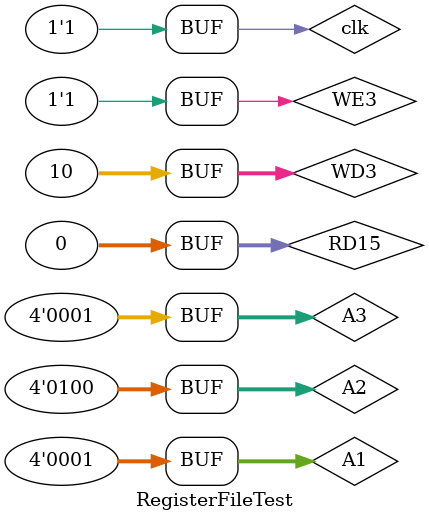
<source format=v>
`timescale 1ns / 1ps


module RegisterFileTest;

	// Inputs
	reg clk;
	reg WE3;
	reg [3:0] A1;
	reg [3:0] A2;
	reg [3:0] A3;
	reg [31:0] WD3;
	reg [31:0] RD15;

	// Outputs
	wire [31:0] RD1;
	wire [31:0] RD2;

	// Instantiate the Unit Under Test (UUT)
	BancoDeRegistros uut (
		.clk(clk), 
		.WE3(WE3), 
		.A1(A1), 
		.A2(A2), 
		.A3(A3), 
		.WD3(WD3), 
		.RD1(RD1), 
		.RD2(RD2)
	);

	initial begin
		// Initialize Inputs
		clk = 0;
		WE3 = 0;
		A1 = 4'd0;
		A2 = 4'd0;
		A3 = 4'd0;
		WD3 = 0;
		RD15 = 0;

		// Wait 100 ns for global reset to finish
		#100;
		
		clk = 1;
		WE3 = 0;
		A1 = 4'd0;
		A2 = 4'd0;
		A3 = 4'd0;
		WD3 = 0;
		RD15 = 0;

		// Wait 100 ns for global reset to finish
		#100;

		clk = 0;
		WE3 = 0;
		A1 = 4'd0;
		A2 = 4'd0;
		A3 = 4'd4;
		WD3 = 32'd345;
		RD15 = 0;

		// Wait 100 ns for global reset to finish
		#100;

		clk = 1;
		WE3 = 1;
		A1 = 4'd4;
		A2 = 4'd0;
		A3 = 4'd0;
		WD3 = 0;
		RD15 = 0;

		// Wait 100 ns for global reset to finish
		#100;	
		
		clk = 0;
		WE3 = 0;
		A1 = 4'd4;
		A2 = 4'd0;
		A3 = 4'd6;
		WD3 = 32'd9999;
		RD15 = 0;

		// Wait 100 ns for global reset to finish
		#100;		
		

		clk = 1;
		WE3 = 1;
		A1 = 4'd6;
		A2 = 4'd4;
		A3 = 4'd1;
		WD3 = 32'd10;
		RD15 = 0;

		// Wait 100 ns for global reset to finish
		#100;				

		clk = 0;
		WE3 = 0;
		A1 = 4'd6;
		A2 = 4'd4;
		A3 = 4'd1;
		WD3 = 32'd10;
		RD15 = 0;

		// Wait 100 ns for global reset to finish
		#100;		

		clk = 1;
		WE3 = 1;
		A1 = 4'd1;
		A2 = 4'd4;
		A3 = 4'd1;
		WD3 = 32'd10;
		RD15 = 0;

		// Wait 100 ns for global reset to finish
		#100;				
        
		// Add stimulus here

	end
      
endmodule


</source>
